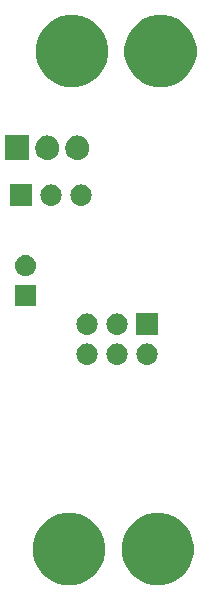
<source format=gbr>
G04 #@! TF.GenerationSoftware,KiCad,Pcbnew,(5.1.4)-1*
G04 #@! TF.CreationDate,2019-08-21T20:44:27-04:00*
G04 #@! TF.ProjectId,CABR_Schematic,43414252-5f53-4636-9865-6d617469632e,rev?*
G04 #@! TF.SameCoordinates,Original*
G04 #@! TF.FileFunction,Soldermask,Bot*
G04 #@! TF.FilePolarity,Negative*
%FSLAX46Y46*%
G04 Gerber Fmt 4.6, Leading zero omitted, Abs format (unit mm)*
G04 Created by KiCad (PCBNEW (5.1.4)-1) date 2019-08-21 20:44:27*
%MOMM*%
%LPD*%
G04 APERTURE LIST*
%ADD10C,0.100000*%
G04 APERTURE END LIST*
D10*
G36*
X153677943Y-104254248D02*
G01*
X154233189Y-104484238D01*
X154233190Y-104484239D01*
X154732899Y-104818134D01*
X155157866Y-105243101D01*
X155157867Y-105243103D01*
X155491762Y-105742811D01*
X155721752Y-106298057D01*
X155839000Y-106887501D01*
X155839000Y-107488499D01*
X155721752Y-108077943D01*
X155491762Y-108633189D01*
X155491761Y-108633190D01*
X155157866Y-109132899D01*
X154732899Y-109557866D01*
X154481347Y-109725948D01*
X154233189Y-109891762D01*
X153677943Y-110121752D01*
X153088499Y-110239000D01*
X152487501Y-110239000D01*
X151898057Y-110121752D01*
X151342811Y-109891762D01*
X151094653Y-109725948D01*
X150843101Y-109557866D01*
X150418134Y-109132899D01*
X150084239Y-108633190D01*
X150084238Y-108633189D01*
X149854248Y-108077943D01*
X149737000Y-107488499D01*
X149737000Y-106887501D01*
X149854248Y-106298057D01*
X150084238Y-105742811D01*
X150418133Y-105243103D01*
X150418134Y-105243101D01*
X150843101Y-104818134D01*
X151342810Y-104484239D01*
X151342811Y-104484238D01*
X151898057Y-104254248D01*
X152487501Y-104137000D01*
X153088499Y-104137000D01*
X153677943Y-104254248D01*
X153677943Y-104254248D01*
G37*
G36*
X146177943Y-104254248D02*
G01*
X146733189Y-104484238D01*
X146733190Y-104484239D01*
X147232899Y-104818134D01*
X147657866Y-105243101D01*
X147657867Y-105243103D01*
X147991762Y-105742811D01*
X148221752Y-106298057D01*
X148339000Y-106887501D01*
X148339000Y-107488499D01*
X148221752Y-108077943D01*
X147991762Y-108633189D01*
X147991761Y-108633190D01*
X147657866Y-109132899D01*
X147232899Y-109557866D01*
X146981347Y-109725948D01*
X146733189Y-109891762D01*
X146177943Y-110121752D01*
X145588499Y-110239000D01*
X144987501Y-110239000D01*
X144398057Y-110121752D01*
X143842811Y-109891762D01*
X143594653Y-109725948D01*
X143343101Y-109557866D01*
X142918134Y-109132899D01*
X142584239Y-108633190D01*
X142584238Y-108633189D01*
X142354248Y-108077943D01*
X142237000Y-107488499D01*
X142237000Y-106887501D01*
X142354248Y-106298057D01*
X142584238Y-105742811D01*
X142918133Y-105243103D01*
X142918134Y-105243101D01*
X143343101Y-104818134D01*
X143842810Y-104484239D01*
X143842811Y-104484238D01*
X144398057Y-104254248D01*
X144987501Y-104137000D01*
X145588499Y-104137000D01*
X146177943Y-104254248D01*
X146177943Y-104254248D01*
G37*
G36*
X146922443Y-89783519D02*
G01*
X146988627Y-89790037D01*
X147158466Y-89841557D01*
X147314991Y-89925222D01*
X147350729Y-89954552D01*
X147452186Y-90037814D01*
X147535448Y-90139271D01*
X147564778Y-90175009D01*
X147648443Y-90331534D01*
X147699963Y-90501373D01*
X147717359Y-90678000D01*
X147699963Y-90854627D01*
X147648443Y-91024466D01*
X147564778Y-91180991D01*
X147535448Y-91216729D01*
X147452186Y-91318186D01*
X147350729Y-91401448D01*
X147314991Y-91430778D01*
X147158466Y-91514443D01*
X146988627Y-91565963D01*
X146922443Y-91572481D01*
X146856260Y-91579000D01*
X146767740Y-91579000D01*
X146701557Y-91572481D01*
X146635373Y-91565963D01*
X146465534Y-91514443D01*
X146309009Y-91430778D01*
X146273271Y-91401448D01*
X146171814Y-91318186D01*
X146088552Y-91216729D01*
X146059222Y-91180991D01*
X145975557Y-91024466D01*
X145924037Y-90854627D01*
X145906641Y-90678000D01*
X145924037Y-90501373D01*
X145975557Y-90331534D01*
X146059222Y-90175009D01*
X146088552Y-90139271D01*
X146171814Y-90037814D01*
X146273271Y-89954552D01*
X146309009Y-89925222D01*
X146465534Y-89841557D01*
X146635373Y-89790037D01*
X146701557Y-89783519D01*
X146767740Y-89777000D01*
X146856260Y-89777000D01*
X146922443Y-89783519D01*
X146922443Y-89783519D01*
G37*
G36*
X152002443Y-89783519D02*
G01*
X152068627Y-89790037D01*
X152238466Y-89841557D01*
X152394991Y-89925222D01*
X152430729Y-89954552D01*
X152532186Y-90037814D01*
X152615448Y-90139271D01*
X152644778Y-90175009D01*
X152728443Y-90331534D01*
X152779963Y-90501373D01*
X152797359Y-90678000D01*
X152779963Y-90854627D01*
X152728443Y-91024466D01*
X152644778Y-91180991D01*
X152615448Y-91216729D01*
X152532186Y-91318186D01*
X152430729Y-91401448D01*
X152394991Y-91430778D01*
X152238466Y-91514443D01*
X152068627Y-91565963D01*
X152002443Y-91572481D01*
X151936260Y-91579000D01*
X151847740Y-91579000D01*
X151781557Y-91572481D01*
X151715373Y-91565963D01*
X151545534Y-91514443D01*
X151389009Y-91430778D01*
X151353271Y-91401448D01*
X151251814Y-91318186D01*
X151168552Y-91216729D01*
X151139222Y-91180991D01*
X151055557Y-91024466D01*
X151004037Y-90854627D01*
X150986641Y-90678000D01*
X151004037Y-90501373D01*
X151055557Y-90331534D01*
X151139222Y-90175009D01*
X151168552Y-90139271D01*
X151251814Y-90037814D01*
X151353271Y-89954552D01*
X151389009Y-89925222D01*
X151545534Y-89841557D01*
X151715373Y-89790037D01*
X151781557Y-89783519D01*
X151847740Y-89777000D01*
X151936260Y-89777000D01*
X152002443Y-89783519D01*
X152002443Y-89783519D01*
G37*
G36*
X149462443Y-89783519D02*
G01*
X149528627Y-89790037D01*
X149698466Y-89841557D01*
X149854991Y-89925222D01*
X149890729Y-89954552D01*
X149992186Y-90037814D01*
X150075448Y-90139271D01*
X150104778Y-90175009D01*
X150188443Y-90331534D01*
X150239963Y-90501373D01*
X150257359Y-90678000D01*
X150239963Y-90854627D01*
X150188443Y-91024466D01*
X150104778Y-91180991D01*
X150075448Y-91216729D01*
X149992186Y-91318186D01*
X149890729Y-91401448D01*
X149854991Y-91430778D01*
X149698466Y-91514443D01*
X149528627Y-91565963D01*
X149462443Y-91572481D01*
X149396260Y-91579000D01*
X149307740Y-91579000D01*
X149241557Y-91572481D01*
X149175373Y-91565963D01*
X149005534Y-91514443D01*
X148849009Y-91430778D01*
X148813271Y-91401448D01*
X148711814Y-91318186D01*
X148628552Y-91216729D01*
X148599222Y-91180991D01*
X148515557Y-91024466D01*
X148464037Y-90854627D01*
X148446641Y-90678000D01*
X148464037Y-90501373D01*
X148515557Y-90331534D01*
X148599222Y-90175009D01*
X148628552Y-90139271D01*
X148711814Y-90037814D01*
X148813271Y-89954552D01*
X148849009Y-89925222D01*
X149005534Y-89841557D01*
X149175373Y-89790037D01*
X149241557Y-89783519D01*
X149307740Y-89777000D01*
X149396260Y-89777000D01*
X149462443Y-89783519D01*
X149462443Y-89783519D01*
G37*
G36*
X146922442Y-87243518D02*
G01*
X146988627Y-87250037D01*
X147158466Y-87301557D01*
X147314991Y-87385222D01*
X147350729Y-87414552D01*
X147452186Y-87497814D01*
X147535448Y-87599271D01*
X147564778Y-87635009D01*
X147648443Y-87791534D01*
X147699963Y-87961373D01*
X147717359Y-88138000D01*
X147699963Y-88314627D01*
X147648443Y-88484466D01*
X147564778Y-88640991D01*
X147535448Y-88676729D01*
X147452186Y-88778186D01*
X147350729Y-88861448D01*
X147314991Y-88890778D01*
X147158466Y-88974443D01*
X146988627Y-89025963D01*
X146922443Y-89032481D01*
X146856260Y-89039000D01*
X146767740Y-89039000D01*
X146701557Y-89032481D01*
X146635373Y-89025963D01*
X146465534Y-88974443D01*
X146309009Y-88890778D01*
X146273271Y-88861448D01*
X146171814Y-88778186D01*
X146088552Y-88676729D01*
X146059222Y-88640991D01*
X145975557Y-88484466D01*
X145924037Y-88314627D01*
X145906641Y-88138000D01*
X145924037Y-87961373D01*
X145975557Y-87791534D01*
X146059222Y-87635009D01*
X146088552Y-87599271D01*
X146171814Y-87497814D01*
X146273271Y-87414552D01*
X146309009Y-87385222D01*
X146465534Y-87301557D01*
X146635373Y-87250037D01*
X146701558Y-87243518D01*
X146767740Y-87237000D01*
X146856260Y-87237000D01*
X146922442Y-87243518D01*
X146922442Y-87243518D01*
G37*
G36*
X152793000Y-89039000D02*
G01*
X150991000Y-89039000D01*
X150991000Y-87237000D01*
X152793000Y-87237000D01*
X152793000Y-89039000D01*
X152793000Y-89039000D01*
G37*
G36*
X149462442Y-87243518D02*
G01*
X149528627Y-87250037D01*
X149698466Y-87301557D01*
X149854991Y-87385222D01*
X149890729Y-87414552D01*
X149992186Y-87497814D01*
X150075448Y-87599271D01*
X150104778Y-87635009D01*
X150188443Y-87791534D01*
X150239963Y-87961373D01*
X150257359Y-88138000D01*
X150239963Y-88314627D01*
X150188443Y-88484466D01*
X150104778Y-88640991D01*
X150075448Y-88676729D01*
X149992186Y-88778186D01*
X149890729Y-88861448D01*
X149854991Y-88890778D01*
X149698466Y-88974443D01*
X149528627Y-89025963D01*
X149462443Y-89032481D01*
X149396260Y-89039000D01*
X149307740Y-89039000D01*
X149241557Y-89032481D01*
X149175373Y-89025963D01*
X149005534Y-88974443D01*
X148849009Y-88890778D01*
X148813271Y-88861448D01*
X148711814Y-88778186D01*
X148628552Y-88676729D01*
X148599222Y-88640991D01*
X148515557Y-88484466D01*
X148464037Y-88314627D01*
X148446641Y-88138000D01*
X148464037Y-87961373D01*
X148515557Y-87791534D01*
X148599222Y-87635009D01*
X148628552Y-87599271D01*
X148711814Y-87497814D01*
X148813271Y-87414552D01*
X148849009Y-87385222D01*
X149005534Y-87301557D01*
X149175373Y-87250037D01*
X149241558Y-87243518D01*
X149307740Y-87237000D01*
X149396260Y-87237000D01*
X149462442Y-87243518D01*
X149462442Y-87243518D01*
G37*
G36*
X142506000Y-86626000D02*
G01*
X140704000Y-86626000D01*
X140704000Y-84824000D01*
X142506000Y-84824000D01*
X142506000Y-86626000D01*
X142506000Y-86626000D01*
G37*
G36*
X141715443Y-82290519D02*
G01*
X141781627Y-82297037D01*
X141951466Y-82348557D01*
X142107991Y-82432222D01*
X142143729Y-82461552D01*
X142245186Y-82544814D01*
X142328448Y-82646271D01*
X142357778Y-82682009D01*
X142441443Y-82838534D01*
X142492963Y-83008373D01*
X142510359Y-83185000D01*
X142492963Y-83361627D01*
X142441443Y-83531466D01*
X142357778Y-83687991D01*
X142328448Y-83723729D01*
X142245186Y-83825186D01*
X142143729Y-83908448D01*
X142107991Y-83937778D01*
X141951466Y-84021443D01*
X141781627Y-84072963D01*
X141715443Y-84079481D01*
X141649260Y-84086000D01*
X141560740Y-84086000D01*
X141494557Y-84079481D01*
X141428373Y-84072963D01*
X141258534Y-84021443D01*
X141102009Y-83937778D01*
X141066271Y-83908448D01*
X140964814Y-83825186D01*
X140881552Y-83723729D01*
X140852222Y-83687991D01*
X140768557Y-83531466D01*
X140717037Y-83361627D01*
X140699641Y-83185000D01*
X140717037Y-83008373D01*
X140768557Y-82838534D01*
X140852222Y-82682009D01*
X140881552Y-82646271D01*
X140964814Y-82544814D01*
X141066271Y-82461552D01*
X141102009Y-82432222D01*
X141258534Y-82348557D01*
X141428373Y-82297037D01*
X141494557Y-82290519D01*
X141560740Y-82284000D01*
X141649260Y-82284000D01*
X141715443Y-82290519D01*
X141715443Y-82290519D01*
G37*
G36*
X142125000Y-78117000D02*
G01*
X140323000Y-78117000D01*
X140323000Y-76315000D01*
X142125000Y-76315000D01*
X142125000Y-78117000D01*
X142125000Y-78117000D01*
G37*
G36*
X146414442Y-76321518D02*
G01*
X146480627Y-76328037D01*
X146650466Y-76379557D01*
X146806991Y-76463222D01*
X146842729Y-76492552D01*
X146944186Y-76575814D01*
X147027448Y-76677271D01*
X147056778Y-76713009D01*
X147140443Y-76869534D01*
X147191963Y-77039373D01*
X147209359Y-77216000D01*
X147191963Y-77392627D01*
X147140443Y-77562466D01*
X147056778Y-77718991D01*
X147027448Y-77754729D01*
X146944186Y-77856186D01*
X146842729Y-77939448D01*
X146806991Y-77968778D01*
X146650466Y-78052443D01*
X146480627Y-78103963D01*
X146414442Y-78110482D01*
X146348260Y-78117000D01*
X146259740Y-78117000D01*
X146193558Y-78110482D01*
X146127373Y-78103963D01*
X145957534Y-78052443D01*
X145801009Y-77968778D01*
X145765271Y-77939448D01*
X145663814Y-77856186D01*
X145580552Y-77754729D01*
X145551222Y-77718991D01*
X145467557Y-77562466D01*
X145416037Y-77392627D01*
X145398641Y-77216000D01*
X145416037Y-77039373D01*
X145467557Y-76869534D01*
X145551222Y-76713009D01*
X145580552Y-76677271D01*
X145663814Y-76575814D01*
X145765271Y-76492552D01*
X145801009Y-76463222D01*
X145957534Y-76379557D01*
X146127373Y-76328037D01*
X146193558Y-76321518D01*
X146259740Y-76315000D01*
X146348260Y-76315000D01*
X146414442Y-76321518D01*
X146414442Y-76321518D01*
G37*
G36*
X143874442Y-76321518D02*
G01*
X143940627Y-76328037D01*
X144110466Y-76379557D01*
X144266991Y-76463222D01*
X144302729Y-76492552D01*
X144404186Y-76575814D01*
X144487448Y-76677271D01*
X144516778Y-76713009D01*
X144600443Y-76869534D01*
X144651963Y-77039373D01*
X144669359Y-77216000D01*
X144651963Y-77392627D01*
X144600443Y-77562466D01*
X144516778Y-77718991D01*
X144487448Y-77754729D01*
X144404186Y-77856186D01*
X144302729Y-77939448D01*
X144266991Y-77968778D01*
X144110466Y-78052443D01*
X143940627Y-78103963D01*
X143874442Y-78110482D01*
X143808260Y-78117000D01*
X143719740Y-78117000D01*
X143653558Y-78110482D01*
X143587373Y-78103963D01*
X143417534Y-78052443D01*
X143261009Y-77968778D01*
X143225271Y-77939448D01*
X143123814Y-77856186D01*
X143040552Y-77754729D01*
X143011222Y-77718991D01*
X142927557Y-77562466D01*
X142876037Y-77392627D01*
X142858641Y-77216000D01*
X142876037Y-77039373D01*
X142927557Y-76869534D01*
X143011222Y-76713009D01*
X143040552Y-76677271D01*
X143123814Y-76575814D01*
X143225271Y-76492552D01*
X143261009Y-76463222D01*
X143417534Y-76379557D01*
X143587373Y-76328037D01*
X143653558Y-76321518D01*
X143719740Y-76315000D01*
X143808260Y-76315000D01*
X143874442Y-76321518D01*
X143874442Y-76321518D01*
G37*
G36*
X143643219Y-72179020D02*
G01*
X143832380Y-72236401D01*
X143832383Y-72236402D01*
X143924833Y-72285818D01*
X144006712Y-72329583D01*
X144159515Y-72454985D01*
X144284917Y-72607788D01*
X144378099Y-72782119D01*
X144435480Y-72971280D01*
X144450000Y-73118706D01*
X144450000Y-73312293D01*
X144435480Y-73459719D01*
X144378099Y-73648880D01*
X144378098Y-73648883D01*
X144328682Y-73741333D01*
X144284917Y-73823212D01*
X144159515Y-73976015D01*
X144006712Y-74101417D01*
X143832381Y-74194599D01*
X143643220Y-74251980D01*
X143446500Y-74271355D01*
X143249781Y-74251980D01*
X143060620Y-74194599D01*
X142886288Y-74101417D01*
X142733485Y-73976015D01*
X142608083Y-73823212D01*
X142514901Y-73648881D01*
X142457520Y-73459720D01*
X142443000Y-73312294D01*
X142443000Y-73118707D01*
X142457520Y-72971281D01*
X142514901Y-72782120D01*
X142514902Y-72782117D01*
X142564318Y-72689667D01*
X142608083Y-72607788D01*
X142733485Y-72454985D01*
X142886288Y-72329583D01*
X143060619Y-72236401D01*
X143249780Y-72179020D01*
X143446500Y-72159645D01*
X143643219Y-72179020D01*
X143643219Y-72179020D01*
G37*
G36*
X146183219Y-72179020D02*
G01*
X146372380Y-72236401D01*
X146372383Y-72236402D01*
X146464833Y-72285818D01*
X146546712Y-72329583D01*
X146699515Y-72454985D01*
X146824917Y-72607788D01*
X146918099Y-72782119D01*
X146975480Y-72971280D01*
X146990000Y-73118706D01*
X146990000Y-73312293D01*
X146975480Y-73459719D01*
X146918099Y-73648880D01*
X146918098Y-73648883D01*
X146868682Y-73741333D01*
X146824917Y-73823212D01*
X146699515Y-73976015D01*
X146546712Y-74101417D01*
X146372381Y-74194599D01*
X146183220Y-74251980D01*
X145986500Y-74271355D01*
X145789781Y-74251980D01*
X145600620Y-74194599D01*
X145426288Y-74101417D01*
X145273485Y-73976015D01*
X145148083Y-73823212D01*
X145054901Y-73648881D01*
X144997520Y-73459720D01*
X144983000Y-73312294D01*
X144983000Y-73118707D01*
X144997520Y-72971281D01*
X145054901Y-72782120D01*
X145054902Y-72782117D01*
X145104318Y-72689667D01*
X145148083Y-72607788D01*
X145273485Y-72454985D01*
X145426288Y-72329583D01*
X145600619Y-72236401D01*
X145789780Y-72179020D01*
X145986500Y-72159645D01*
X146183219Y-72179020D01*
X146183219Y-72179020D01*
G37*
G36*
X141910000Y-74266500D02*
G01*
X139903000Y-74266500D01*
X139903000Y-72164500D01*
X141910000Y-72164500D01*
X141910000Y-74266500D01*
X141910000Y-74266500D01*
G37*
G36*
X153924943Y-62090248D02*
G01*
X154480189Y-62320238D01*
X154480190Y-62320239D01*
X154979899Y-62654134D01*
X155404866Y-63079101D01*
X155404867Y-63079103D01*
X155738762Y-63578811D01*
X155968752Y-64134057D01*
X156086000Y-64723501D01*
X156086000Y-65324499D01*
X155968752Y-65913943D01*
X155738762Y-66469189D01*
X155738761Y-66469190D01*
X155404866Y-66968899D01*
X154979899Y-67393866D01*
X154728347Y-67561948D01*
X154480189Y-67727762D01*
X153924943Y-67957752D01*
X153335499Y-68075000D01*
X152734501Y-68075000D01*
X152145057Y-67957752D01*
X151589811Y-67727762D01*
X151341653Y-67561948D01*
X151090101Y-67393866D01*
X150665134Y-66968899D01*
X150331239Y-66469190D01*
X150331238Y-66469189D01*
X150101248Y-65913943D01*
X149984000Y-65324499D01*
X149984000Y-64723501D01*
X150101248Y-64134057D01*
X150331238Y-63578811D01*
X150665133Y-63079103D01*
X150665134Y-63079101D01*
X151090101Y-62654134D01*
X151589810Y-62320239D01*
X151589811Y-62320238D01*
X152145057Y-62090248D01*
X152734501Y-61973000D01*
X153335499Y-61973000D01*
X153924943Y-62090248D01*
X153924943Y-62090248D01*
G37*
G36*
X146424943Y-62090248D02*
G01*
X146980189Y-62320238D01*
X146980190Y-62320239D01*
X147479899Y-62654134D01*
X147904866Y-63079101D01*
X147904867Y-63079103D01*
X148238762Y-63578811D01*
X148468752Y-64134057D01*
X148586000Y-64723501D01*
X148586000Y-65324499D01*
X148468752Y-65913943D01*
X148238762Y-66469189D01*
X148238761Y-66469190D01*
X147904866Y-66968899D01*
X147479899Y-67393866D01*
X147228347Y-67561948D01*
X146980189Y-67727762D01*
X146424943Y-67957752D01*
X145835499Y-68075000D01*
X145234501Y-68075000D01*
X144645057Y-67957752D01*
X144089811Y-67727762D01*
X143841653Y-67561948D01*
X143590101Y-67393866D01*
X143165134Y-66968899D01*
X142831239Y-66469190D01*
X142831238Y-66469189D01*
X142601248Y-65913943D01*
X142484000Y-65324499D01*
X142484000Y-64723501D01*
X142601248Y-64134057D01*
X142831238Y-63578811D01*
X143165133Y-63079103D01*
X143165134Y-63079101D01*
X143590101Y-62654134D01*
X144089810Y-62320239D01*
X144089811Y-62320238D01*
X144645057Y-62090248D01*
X145234501Y-61973000D01*
X145835499Y-61973000D01*
X146424943Y-62090248D01*
X146424943Y-62090248D01*
G37*
M02*

</source>
